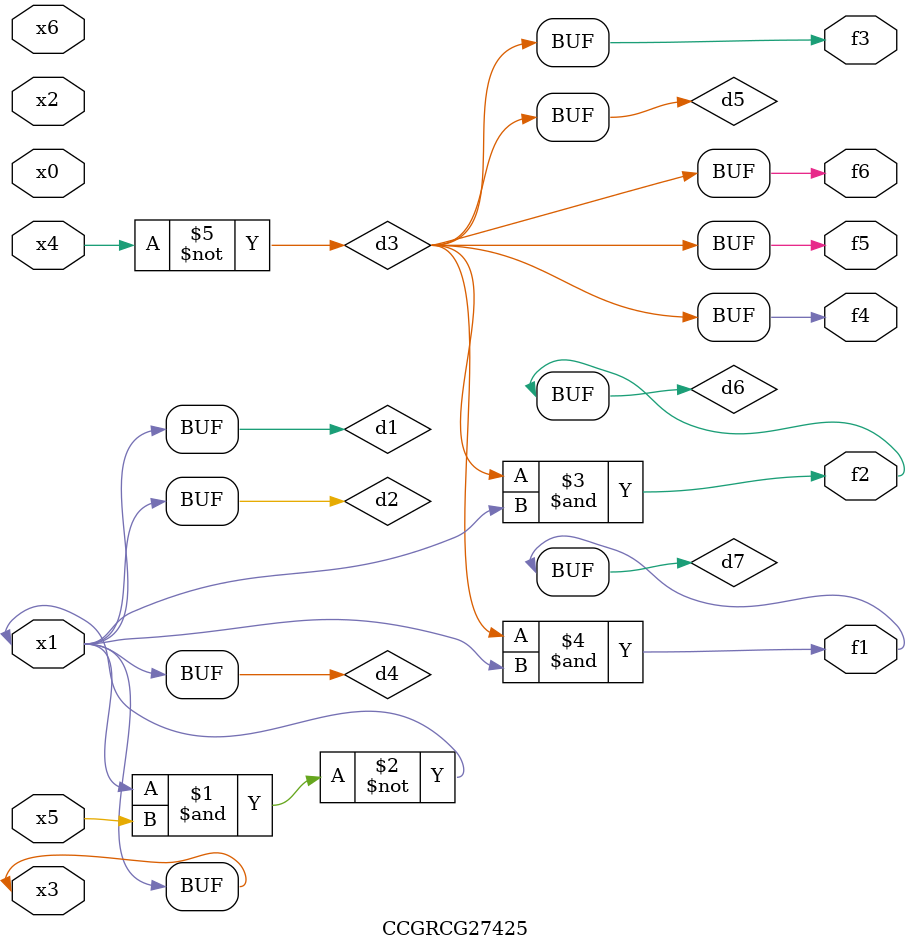
<source format=v>
module CCGRCG27425(
	input x0, x1, x2, x3, x4, x5, x6,
	output f1, f2, f3, f4, f5, f6
);

	wire d1, d2, d3, d4, d5, d6, d7;

	buf (d1, x1, x3);
	nand (d2, x1, x5);
	not (d3, x4);
	buf (d4, d1, d2);
	buf (d5, d3);
	and (d6, d3, d4);
	and (d7, d3, d4);
	assign f1 = d7;
	assign f2 = d6;
	assign f3 = d5;
	assign f4 = d5;
	assign f5 = d5;
	assign f6 = d5;
endmodule

</source>
